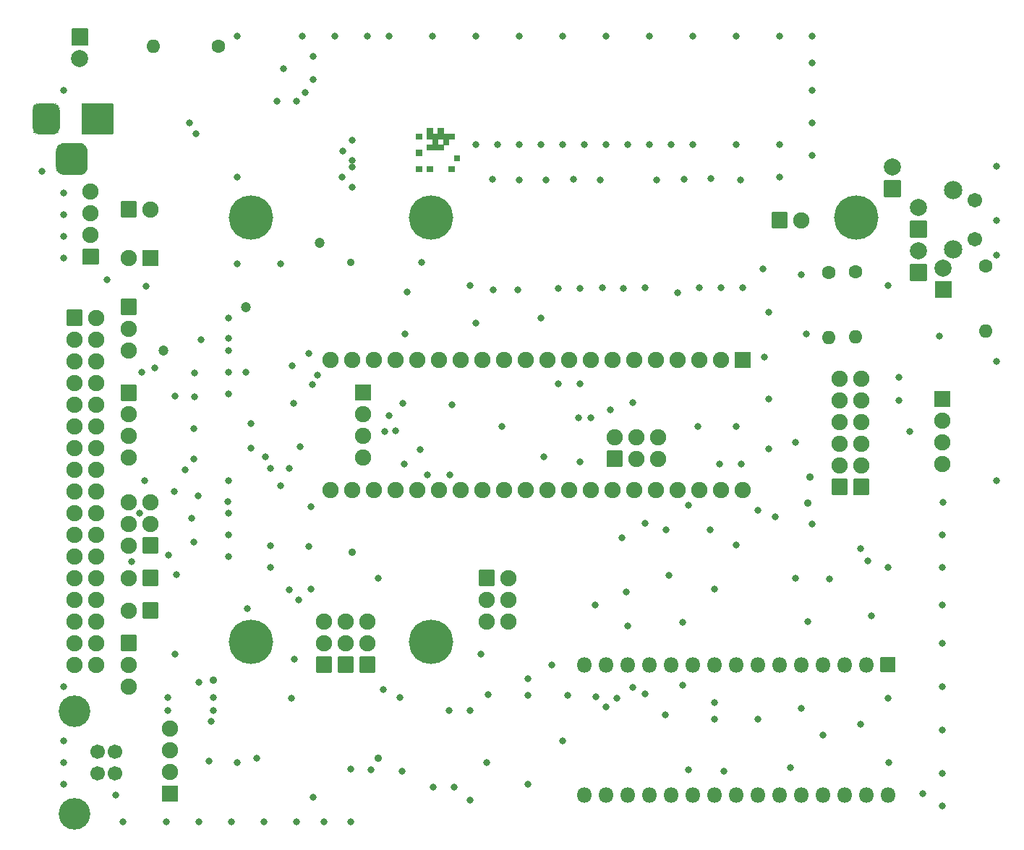
<source format=gbr>
G04 #@! TF.GenerationSoftware,KiCad,Pcbnew,(5.1.9)-1*
G04 #@! TF.CreationDate,2021-06-02T08:08:49+01:00*
G04 #@! TF.ProjectId,Greaseweazle F1 Plus Gotek,47726561-7365-4776-9561-7a6c65204631,1*
G04 #@! TF.SameCoordinates,PX6312cb0PY6bcb370*
G04 #@! TF.FileFunction,Soldermask,Bot*
G04 #@! TF.FilePolarity,Negative*
%FSLAX46Y46*%
G04 Gerber Fmt 4.6, Leading zero omitted, Abs format (unit mm)*
G04 Created by KiCad (PCBNEW (5.1.9)-1) date 2021-06-02 08:08:49*
%MOMM*%
%LPD*%
G01*
G04 APERTURE LIST*
%ADD10C,0.100000*%
%ADD11C,2.000000*%
%ADD12C,1.900000*%
%ADD13O,1.900000X1.900000*%
%ADD14C,5.200000*%
%ADD15C,1.600000*%
%ADD16O,1.600000X1.600000*%
%ADD17O,1.800000X1.800000*%
%ADD18C,1.701140*%
%ADD19C,3.700120*%
%ADD20C,2.150000*%
%ADD21C,1.708000*%
%ADD22C,0.800000*%
%ADD23C,0.900000*%
%ADD24C,1.200000*%
G04 APERTURE END LIST*
D10*
G36*
X35814000Y60960000D02*
G01*
X36449000Y60960000D01*
X36449000Y61595000D01*
X35814000Y61595000D01*
X35814000Y60960000D01*
G37*
X35814000Y60960000D02*
X36449000Y60960000D01*
X36449000Y61595000D01*
X35814000Y61595000D01*
X35814000Y60960000D01*
G36*
X35814000Y60325000D02*
G01*
X36449000Y60325000D01*
X36449000Y60960000D01*
X35814000Y60960000D01*
X35814000Y60325000D01*
G37*
X35814000Y60325000D02*
X36449000Y60325000D01*
X36449000Y60960000D01*
X35814000Y60960000D01*
X35814000Y60325000D01*
G36*
X35179000Y60325000D02*
G01*
X35814000Y60325000D01*
X35814000Y60960000D01*
X35179000Y60960000D01*
X35179000Y60325000D01*
G37*
X35179000Y60325000D02*
X35814000Y60325000D01*
X35814000Y60960000D01*
X35179000Y60960000D01*
X35179000Y60325000D01*
G36*
X36449000Y60325000D02*
G01*
X37084000Y60325000D01*
X37084000Y60960000D01*
X36449000Y60960000D01*
X36449000Y60325000D01*
G37*
X36449000Y60325000D02*
X37084000Y60325000D01*
X37084000Y60960000D01*
X36449000Y60960000D01*
X36449000Y60325000D01*
G36*
X37084000Y60960000D02*
G01*
X37719000Y60960000D01*
X37719000Y61595000D01*
X37084000Y61595000D01*
X37084000Y60960000D01*
G37*
X37084000Y60960000D02*
X37719000Y60960000D01*
X37719000Y61595000D01*
X37084000Y61595000D01*
X37084000Y60960000D01*
G36*
X33909000Y61595000D02*
G01*
X34544000Y61595000D01*
X34544000Y62230000D01*
X33909000Y62230000D01*
X33909000Y61595000D01*
G37*
X33909000Y61595000D02*
X34544000Y61595000D01*
X34544000Y62230000D01*
X33909000Y62230000D01*
X33909000Y61595000D01*
G36*
X33909000Y57785000D02*
G01*
X34544000Y57785000D01*
X34544000Y58420000D01*
X33909000Y58420000D01*
X33909000Y57785000D01*
G37*
X33909000Y57785000D02*
X34544000Y57785000D01*
X34544000Y58420000D01*
X33909000Y58420000D01*
X33909000Y57785000D01*
G36*
X35179000Y62230000D02*
G01*
X35814000Y62230000D01*
X35814000Y62865000D01*
X35179000Y62865000D01*
X35179000Y62230000D01*
G37*
X35179000Y62230000D02*
X35814000Y62230000D01*
X35814000Y62865000D01*
X35179000Y62865000D01*
X35179000Y62230000D01*
G36*
X35179000Y61595000D02*
G01*
X35814000Y61595000D01*
X35814000Y62230000D01*
X35179000Y62230000D01*
X35179000Y61595000D01*
G37*
X35179000Y61595000D02*
X35814000Y61595000D01*
X35814000Y62230000D01*
X35179000Y62230000D01*
X35179000Y61595000D01*
G36*
X35814000Y61595000D02*
G01*
X36449000Y61595000D01*
X36449000Y62230000D01*
X35814000Y62230000D01*
X35814000Y61595000D01*
G37*
X35814000Y61595000D02*
X36449000Y61595000D01*
X36449000Y62230000D01*
X35814000Y62230000D01*
X35814000Y61595000D01*
G36*
X36449000Y61595000D02*
G01*
X37084000Y61595000D01*
X37084000Y62230000D01*
X36449000Y62230000D01*
X36449000Y61595000D01*
G37*
X36449000Y61595000D02*
X37084000Y61595000D01*
X37084000Y62230000D01*
X36449000Y62230000D01*
X36449000Y61595000D01*
G36*
X36449000Y62230000D02*
G01*
X37084000Y62230000D01*
X37084000Y62865000D01*
X36449000Y62865000D01*
X36449000Y62230000D01*
G37*
X36449000Y62230000D02*
X37084000Y62230000D01*
X37084000Y62865000D01*
X36449000Y62865000D01*
X36449000Y62230000D01*
G36*
X37084000Y61595000D02*
G01*
X37719000Y61595000D01*
X37719000Y62230000D01*
X37084000Y62230000D01*
X37084000Y61595000D01*
G37*
X37084000Y61595000D02*
X37719000Y61595000D01*
X37719000Y62230000D01*
X37084000Y62230000D01*
X37084000Y61595000D01*
G36*
X37719000Y61595000D02*
G01*
X38354000Y61595000D01*
X38354000Y62230000D01*
X37719000Y62230000D01*
X37719000Y61595000D01*
G37*
X37719000Y61595000D02*
X38354000Y61595000D01*
X38354000Y62230000D01*
X37719000Y62230000D01*
X37719000Y61595000D01*
G36*
X38354000Y59055000D02*
G01*
X38989000Y59055000D01*
X38989000Y59690000D01*
X38354000Y59690000D01*
X38354000Y59055000D01*
G37*
X38354000Y59055000D02*
X38989000Y59055000D01*
X38989000Y59690000D01*
X38354000Y59690000D01*
X38354000Y59055000D01*
G36*
X37719000Y57785000D02*
G01*
X38354000Y57785000D01*
X38354000Y58420000D01*
X37719000Y58420000D01*
X37719000Y57785000D01*
G37*
X37719000Y57785000D02*
X38354000Y57785000D01*
X38354000Y58420000D01*
X37719000Y58420000D01*
X37719000Y57785000D01*
G36*
X35179000Y57785000D02*
G01*
X35814000Y57785000D01*
X35814000Y58420000D01*
X35179000Y58420000D01*
X35179000Y57785000D01*
G37*
X35179000Y57785000D02*
X35814000Y57785000D01*
X35814000Y58420000D01*
X35179000Y58420000D01*
X35179000Y57785000D01*
G36*
X33909000Y59690000D02*
G01*
X34544000Y59690000D01*
X34544000Y60325000D01*
X33909000Y60325000D01*
X33909000Y59690000D01*
G37*
X33909000Y59690000D02*
X34544000Y59690000D01*
X34544000Y60325000D01*
X33909000Y60325000D01*
X33909000Y59690000D01*
G36*
X35814000Y60960000D02*
G01*
X36449000Y60960000D01*
X36449000Y61595000D01*
X35814000Y61595000D01*
X35814000Y60960000D01*
G37*
X35814000Y60960000D02*
X36449000Y60960000D01*
X36449000Y61595000D01*
X35814000Y61595000D01*
X35814000Y60960000D01*
G36*
X35814000Y60325000D02*
G01*
X36449000Y60325000D01*
X36449000Y60960000D01*
X35814000Y60960000D01*
X35814000Y60325000D01*
G37*
X35814000Y60325000D02*
X36449000Y60325000D01*
X36449000Y60960000D01*
X35814000Y60960000D01*
X35814000Y60325000D01*
G36*
X35179000Y60325000D02*
G01*
X35814000Y60325000D01*
X35814000Y60960000D01*
X35179000Y60960000D01*
X35179000Y60325000D01*
G37*
X35179000Y60325000D02*
X35814000Y60325000D01*
X35814000Y60960000D01*
X35179000Y60960000D01*
X35179000Y60325000D01*
G36*
X36449000Y60325000D02*
G01*
X37084000Y60325000D01*
X37084000Y60960000D01*
X36449000Y60960000D01*
X36449000Y60325000D01*
G37*
X36449000Y60325000D02*
X37084000Y60325000D01*
X37084000Y60960000D01*
X36449000Y60960000D01*
X36449000Y60325000D01*
G36*
X37084000Y60960000D02*
G01*
X37719000Y60960000D01*
X37719000Y61595000D01*
X37084000Y61595000D01*
X37084000Y60960000D01*
G37*
X37084000Y60960000D02*
X37719000Y60960000D01*
X37719000Y61595000D01*
X37084000Y61595000D01*
X37084000Y60960000D01*
G36*
X33909000Y61595000D02*
G01*
X34544000Y61595000D01*
X34544000Y62230000D01*
X33909000Y62230000D01*
X33909000Y61595000D01*
G37*
X33909000Y61595000D02*
X34544000Y61595000D01*
X34544000Y62230000D01*
X33909000Y62230000D01*
X33909000Y61595000D01*
G36*
X33909000Y57785000D02*
G01*
X34544000Y57785000D01*
X34544000Y58420000D01*
X33909000Y58420000D01*
X33909000Y57785000D01*
G37*
X33909000Y57785000D02*
X34544000Y57785000D01*
X34544000Y58420000D01*
X33909000Y58420000D01*
X33909000Y57785000D01*
G36*
X35179000Y62230000D02*
G01*
X35814000Y62230000D01*
X35814000Y62865000D01*
X35179000Y62865000D01*
X35179000Y62230000D01*
G37*
X35179000Y62230000D02*
X35814000Y62230000D01*
X35814000Y62865000D01*
X35179000Y62865000D01*
X35179000Y62230000D01*
G36*
X35179000Y61595000D02*
G01*
X35814000Y61595000D01*
X35814000Y62230000D01*
X35179000Y62230000D01*
X35179000Y61595000D01*
G37*
X35179000Y61595000D02*
X35814000Y61595000D01*
X35814000Y62230000D01*
X35179000Y62230000D01*
X35179000Y61595000D01*
G36*
X35814000Y61595000D02*
G01*
X36449000Y61595000D01*
X36449000Y62230000D01*
X35814000Y62230000D01*
X35814000Y61595000D01*
G37*
X35814000Y61595000D02*
X36449000Y61595000D01*
X36449000Y62230000D01*
X35814000Y62230000D01*
X35814000Y61595000D01*
G36*
X36449000Y61595000D02*
G01*
X37084000Y61595000D01*
X37084000Y62230000D01*
X36449000Y62230000D01*
X36449000Y61595000D01*
G37*
X36449000Y61595000D02*
X37084000Y61595000D01*
X37084000Y62230000D01*
X36449000Y62230000D01*
X36449000Y61595000D01*
G36*
X36449000Y62230000D02*
G01*
X37084000Y62230000D01*
X37084000Y62865000D01*
X36449000Y62865000D01*
X36449000Y62230000D01*
G37*
X36449000Y62230000D02*
X37084000Y62230000D01*
X37084000Y62865000D01*
X36449000Y62865000D01*
X36449000Y62230000D01*
G36*
X37084000Y61595000D02*
G01*
X37719000Y61595000D01*
X37719000Y62230000D01*
X37084000Y62230000D01*
X37084000Y61595000D01*
G37*
X37084000Y61595000D02*
X37719000Y61595000D01*
X37719000Y62230000D01*
X37084000Y62230000D01*
X37084000Y61595000D01*
G36*
X37719000Y61595000D02*
G01*
X38354000Y61595000D01*
X38354000Y62230000D01*
X37719000Y62230000D01*
X37719000Y61595000D01*
G37*
X37719000Y61595000D02*
X38354000Y61595000D01*
X38354000Y62230000D01*
X37719000Y62230000D01*
X37719000Y61595000D01*
G36*
X38354000Y59055000D02*
G01*
X38989000Y59055000D01*
X38989000Y59690000D01*
X38354000Y59690000D01*
X38354000Y59055000D01*
G37*
X38354000Y59055000D02*
X38989000Y59055000D01*
X38989000Y59690000D01*
X38354000Y59690000D01*
X38354000Y59055000D01*
G36*
X37719000Y57785000D02*
G01*
X38354000Y57785000D01*
X38354000Y58420000D01*
X37719000Y58420000D01*
X37719000Y57785000D01*
G37*
X37719000Y57785000D02*
X38354000Y57785000D01*
X38354000Y58420000D01*
X37719000Y58420000D01*
X37719000Y57785000D01*
G36*
X35179000Y57785000D02*
G01*
X35814000Y57785000D01*
X35814000Y58420000D01*
X35179000Y58420000D01*
X35179000Y57785000D01*
G37*
X35179000Y57785000D02*
X35814000Y57785000D01*
X35814000Y58420000D01*
X35179000Y58420000D01*
X35179000Y57785000D01*
G36*
X33909000Y59690000D02*
G01*
X34544000Y59690000D01*
X34544000Y60325000D01*
X33909000Y60325000D01*
X33909000Y59690000D01*
G37*
X33909000Y59690000D02*
X34544000Y59690000D01*
X34544000Y60325000D01*
X33909000Y60325000D01*
X33909000Y59690000D01*
D11*
X89662000Y58293000D03*
G36*
G01*
X90562000Y54753000D02*
X88762000Y54753000D01*
G75*
G02*
X88662000Y54853000I0J100000D01*
G01*
X88662000Y56653000D01*
G75*
G02*
X88762000Y56753000I100000J0D01*
G01*
X90562000Y56753000D01*
G75*
G02*
X90662000Y56653000I0J-100000D01*
G01*
X90662000Y54853000D01*
G75*
G02*
X90562000Y54753000I-100000J0D01*
G01*
G37*
D12*
X57150000Y26657300D03*
X59690000Y26657300D03*
X62230000Y26593800D03*
G36*
G01*
X56300000Y25067300D02*
X58000000Y25067300D01*
G75*
G02*
X58100000Y24967300I0J-100000D01*
G01*
X58100000Y23267300D01*
G75*
G02*
X58000000Y23167300I-100000J0D01*
G01*
X56300000Y23167300D01*
G75*
G02*
X56200000Y23267300I0J100000D01*
G01*
X56200000Y24967300D01*
G75*
G02*
X56300000Y25067300I100000J0D01*
G01*
G37*
X62230000Y24117300D03*
X59690000Y24117300D03*
X23876000Y35687000D03*
X23876000Y20447000D03*
X26416000Y35687000D03*
X26416000Y20447000D03*
X28956000Y35687000D03*
X28956000Y20447000D03*
X31496000Y35687000D03*
X31496000Y20447000D03*
X34036000Y35687000D03*
X34036000Y20447000D03*
X36576000Y35687000D03*
X36576000Y20447000D03*
X39116000Y35687000D03*
X39116000Y20447000D03*
X41656000Y35687000D03*
X41656000Y20447000D03*
X44196000Y35687000D03*
X44196000Y20447000D03*
X46736000Y35687000D03*
X46736000Y20447000D03*
X49276000Y35687000D03*
X49276000Y20447000D03*
X51816000Y35687000D03*
X51816000Y20447000D03*
X54356000Y35687000D03*
X54356000Y20447000D03*
X56896000Y35687000D03*
X56896000Y20447000D03*
X59436000Y35687000D03*
X59436000Y20447000D03*
X61976000Y35687000D03*
X61976000Y20447000D03*
X64516000Y35687000D03*
X64516000Y20447000D03*
X67056000Y35687000D03*
X67056000Y20447000D03*
X69596000Y35687000D03*
X69596000Y20447000D03*
G36*
G01*
X71286000Y36637000D02*
X72986000Y36637000D01*
G75*
G02*
X73086000Y36537000I0J-100000D01*
G01*
X73086000Y34837000D01*
G75*
G02*
X72986000Y34737000I-100000J0D01*
G01*
X71286000Y34737000D01*
G75*
G02*
X71186000Y34837000I0J100000D01*
G01*
X71186000Y36537000D01*
G75*
G02*
X71286000Y36637000I100000J0D01*
G01*
G37*
X72136000Y20447000D03*
X27686000Y24257000D03*
X27686000Y26797000D03*
X27686000Y29337000D03*
G36*
G01*
X26836000Y32827000D02*
X28536000Y32827000D01*
G75*
G02*
X28636000Y32727000I0J-100000D01*
G01*
X28636000Y31027000D01*
G75*
G02*
X28536000Y30927000I-100000J0D01*
G01*
X26836000Y30927000D01*
G75*
G02*
X26736000Y31027000I0J100000D01*
G01*
X26736000Y32727000D01*
G75*
G02*
X26836000Y32827000I100000J0D01*
G01*
G37*
X83489800Y33528000D03*
X83489800Y30988000D03*
X83489800Y28448000D03*
X83489800Y25908000D03*
X83489800Y23368000D03*
G36*
G01*
X82539800Y19978000D02*
X82539800Y21678000D01*
G75*
G02*
X82639800Y21778000I100000J0D01*
G01*
X84339800Y21778000D01*
G75*
G02*
X84439800Y21678000I0J-100000D01*
G01*
X84439800Y19978000D01*
G75*
G02*
X84339800Y19878000I-100000J0D01*
G01*
X82639800Y19878000D01*
G75*
G02*
X82539800Y19978000I0J100000D01*
G01*
G37*
D13*
X254000Y10160000D03*
G36*
G01*
X1944000Y11110000D02*
X3644000Y11110000D01*
G75*
G02*
X3744000Y11010000I0J-100000D01*
G01*
X3744000Y9310000D01*
G75*
G02*
X3644000Y9210000I-100000J0D01*
G01*
X1944000Y9210000D01*
G75*
G02*
X1844000Y9310000I0J100000D01*
G01*
X1844000Y11010000D01*
G75*
G02*
X1944000Y11110000I100000J0D01*
G01*
G37*
X254000Y6350000D03*
G36*
G01*
X1944000Y7300000D02*
X3644000Y7300000D01*
G75*
G02*
X3744000Y7200000I0J-100000D01*
G01*
X3744000Y5500000D01*
G75*
G02*
X3644000Y5400000I-100000J0D01*
G01*
X1944000Y5400000D01*
G75*
G02*
X1844000Y5500000I0J100000D01*
G01*
X1844000Y7200000D01*
G75*
G02*
X1944000Y7300000I100000J0D01*
G01*
G37*
D12*
X86014000Y33528000D03*
X86014000Y30988000D03*
X86014000Y28448000D03*
X86014000Y25908000D03*
X86014000Y23368000D03*
G36*
G01*
X85064000Y19978000D02*
X85064000Y21678000D01*
G75*
G02*
X85164000Y21778000I100000J0D01*
G01*
X86864000Y21778000D01*
G75*
G02*
X86964000Y21678000I0J-100000D01*
G01*
X86964000Y19978000D01*
G75*
G02*
X86864000Y19878000I-100000J0D01*
G01*
X85164000Y19878000D01*
G75*
G02*
X85064000Y19978000I0J100000D01*
G01*
G37*
D13*
X2794000Y53340000D03*
G36*
G01*
X1104000Y52390000D02*
X-596000Y52390000D01*
G75*
G02*
X-696000Y52490000I0J100000D01*
G01*
X-696000Y54190000D01*
G75*
G02*
X-596000Y54290000I100000J0D01*
G01*
X1104000Y54290000D01*
G75*
G02*
X1204000Y54190000I0J-100000D01*
G01*
X1204000Y52490000D01*
G75*
G02*
X1104000Y52390000I-100000J0D01*
G01*
G37*
G36*
G01*
X-6348300Y74533000D02*
X-4548300Y74533000D01*
G75*
G02*
X-4448300Y74433000I0J-100000D01*
G01*
X-4448300Y72633000D01*
G75*
G02*
X-4548300Y72533000I-100000J0D01*
G01*
X-6348300Y72533000D01*
G75*
G02*
X-6448300Y72633000I0J100000D01*
G01*
X-6448300Y74433000D01*
G75*
G02*
X-6348300Y74533000I100000J0D01*
G01*
G37*
D11*
X-5448300Y70993000D03*
D13*
X5080000Y-7493000D03*
X5080000Y-10033000D03*
X5080000Y-12573000D03*
G36*
G01*
X6030000Y-14263000D02*
X6030000Y-15963000D01*
G75*
G02*
X5930000Y-16063000I-100000J0D01*
G01*
X4230000Y-16063000D01*
G75*
G02*
X4130000Y-15963000I0J100000D01*
G01*
X4130000Y-14263000D01*
G75*
G02*
X4230000Y-14163000I100000J0D01*
G01*
X5930000Y-14163000D01*
G75*
G02*
X6030000Y-14263000I0J-100000D01*
G01*
G37*
D14*
X85471000Y52387500D03*
X35687000Y2667000D03*
X14605000Y2667000D03*
X35687000Y52387500D03*
X14605000Y52387500D03*
D15*
X82219800Y45948600D03*
D16*
X82219800Y38328600D03*
X85369400Y38404800D03*
D15*
X85369400Y46024800D03*
X100584000Y46736000D03*
D16*
X100584000Y39116000D03*
X3136900Y72453500D03*
D15*
X10756900Y72453500D03*
D13*
X254000Y47625000D03*
G36*
G01*
X1944000Y48575000D02*
X3644000Y48575000D01*
G75*
G02*
X3744000Y48475000I0J-100000D01*
G01*
X3744000Y46775000D01*
G75*
G02*
X3644000Y46675000I-100000J0D01*
G01*
X1944000Y46675000D01*
G75*
G02*
X1844000Y46775000I0J100000D01*
G01*
X1844000Y48475000D01*
G75*
G02*
X1944000Y48575000I100000J0D01*
G01*
G37*
X-4191000Y55397400D03*
X-4191000Y52857400D03*
X-4191000Y50317400D03*
G36*
G01*
X-3241000Y48627400D02*
X-3241000Y46927400D01*
G75*
G02*
X-3341000Y46827400I-100000J0D01*
G01*
X-5041000Y46827400D01*
G75*
G02*
X-5141000Y46927400I0J100000D01*
G01*
X-5141000Y48627400D01*
G75*
G02*
X-5041000Y48727400I100000J0D01*
G01*
X-3341000Y48727400D01*
G75*
G02*
X-3241000Y48627400I0J-100000D01*
G01*
G37*
G36*
G01*
X-696000Y31001600D02*
X-696000Y32701600D01*
G75*
G02*
X-596000Y32801600I100000J0D01*
G01*
X1104000Y32801600D01*
G75*
G02*
X1204000Y32701600I0J-100000D01*
G01*
X1204000Y31001600D01*
G75*
G02*
X1104000Y30901600I-100000J0D01*
G01*
X-596000Y30901600D01*
G75*
G02*
X-696000Y31001600I0J100000D01*
G01*
G37*
X254000Y29311600D03*
X254000Y26771600D03*
X254000Y24231600D03*
X254000Y36830000D03*
X254000Y39370000D03*
G36*
G01*
X-696000Y41060000D02*
X-696000Y42760000D01*
G75*
G02*
X-596000Y42860000I100000J0D01*
G01*
X1104000Y42860000D01*
G75*
G02*
X1204000Y42760000I0J-100000D01*
G01*
X1204000Y41060000D01*
G75*
G02*
X1104000Y40960000I-100000J0D01*
G01*
X-596000Y40960000D01*
G75*
G02*
X-696000Y41060000I0J100000D01*
G01*
G37*
G36*
G01*
X77304000Y51120000D02*
X75604000Y51120000D01*
G75*
G02*
X75504000Y51220000I0J100000D01*
G01*
X75504000Y52920000D01*
G75*
G02*
X75604000Y53020000I100000J0D01*
G01*
X77304000Y53020000D01*
G75*
G02*
X77404000Y52920000I0J-100000D01*
G01*
X77404000Y51220000D01*
G75*
G02*
X77304000Y51120000I-100000J0D01*
G01*
G37*
X78994000Y52070000D03*
G36*
G01*
X88354000Y900000D02*
X89954000Y900000D01*
G75*
G02*
X90054000Y800000I0J-100000D01*
G01*
X90054000Y-800000D01*
G75*
G02*
X89954000Y-900000I-100000J0D01*
G01*
X88354000Y-900000D01*
G75*
G02*
X88254000Y-800000I0J100000D01*
G01*
X88254000Y800000D01*
G75*
G02*
X88354000Y900000I100000J0D01*
G01*
G37*
D17*
X56134000Y-15240000D03*
X86614000Y0D03*
X58674000Y-15240000D03*
X84074000Y0D03*
X61214000Y-15240000D03*
X81534000Y0D03*
X63754000Y-15240000D03*
X78994000Y0D03*
X66294000Y-15240000D03*
X76454000Y0D03*
X68834000Y-15240000D03*
X73914000Y0D03*
X71374000Y-15240000D03*
X71374000Y0D03*
X73914000Y-15240000D03*
X68834000Y0D03*
X76454000Y-15240000D03*
X66294000Y0D03*
X78994000Y-15240000D03*
X63754000Y0D03*
X81534000Y-15240000D03*
X61214000Y0D03*
X84074000Y-15240000D03*
X58674000Y0D03*
X86614000Y-15240000D03*
X56134000Y0D03*
X89154000Y-15240000D03*
X53594000Y0D03*
X53594000Y-15240000D03*
D18*
X-3378200Y-10225400D03*
X-3378200Y-12714600D03*
X-1371600Y-12714600D03*
X-1371600Y-10225400D03*
D19*
X-6096000Y-5450200D03*
X-6096000Y-17489800D03*
G36*
G01*
X29144000Y850000D02*
X29144000Y-850000D01*
G75*
G02*
X29044000Y-950000I-100000J0D01*
G01*
X27344000Y-950000D01*
G75*
G02*
X27244000Y-850000I0J100000D01*
G01*
X27244000Y850000D01*
G75*
G02*
X27344000Y950000I100000J0D01*
G01*
X29044000Y950000D01*
G75*
G02*
X29144000Y850000I0J-100000D01*
G01*
G37*
D13*
X28194000Y2540000D03*
X28194000Y5080000D03*
G36*
G01*
X26604000Y850000D02*
X26604000Y-850000D01*
G75*
G02*
X26504000Y-950000I-100000J0D01*
G01*
X24804000Y-950000D01*
G75*
G02*
X24704000Y-850000I0J100000D01*
G01*
X24704000Y850000D01*
G75*
G02*
X24804000Y950000I100000J0D01*
G01*
X26504000Y950000D01*
G75*
G02*
X26604000Y850000I0J-100000D01*
G01*
G37*
X25654000Y2540000D03*
X25654000Y5080000D03*
G36*
G01*
X24064000Y850000D02*
X24064000Y-850000D01*
G75*
G02*
X23964000Y-950000I-100000J0D01*
G01*
X22264000Y-950000D01*
G75*
G02*
X22164000Y-850000I0J100000D01*
G01*
X22164000Y850000D01*
G75*
G02*
X22264000Y950000I100000J0D01*
G01*
X23964000Y950000D01*
G75*
G02*
X24064000Y850000I0J-100000D01*
G01*
G37*
X23114000Y2540000D03*
X23114000Y5080000D03*
G36*
G01*
X-696000Y1690000D02*
X-696000Y3390000D01*
G75*
G02*
X-596000Y3490000I100000J0D01*
G01*
X1104000Y3490000D01*
G75*
G02*
X1204000Y3390000I0J-100000D01*
G01*
X1204000Y1690000D01*
G75*
G02*
X1104000Y1590000I-100000J0D01*
G01*
X-596000Y1590000D01*
G75*
G02*
X-696000Y1690000I0J100000D01*
G01*
G37*
X254000Y0D03*
X254000Y-2540000D03*
G36*
G01*
X41214000Y9310000D02*
X41214000Y11010000D01*
G75*
G02*
X41314000Y11110000I100000J0D01*
G01*
X43014000Y11110000D01*
G75*
G02*
X43114000Y11010000I0J-100000D01*
G01*
X43114000Y9310000D01*
G75*
G02*
X43014000Y9210000I-100000J0D01*
G01*
X41314000Y9210000D01*
G75*
G02*
X41214000Y9310000I0J100000D01*
G01*
G37*
X44704000Y10160000D03*
X42164000Y7620000D03*
X44704000Y7620000D03*
X42164000Y5080000D03*
X44704000Y5080000D03*
G36*
G01*
X3744000Y14820000D02*
X3744000Y13120000D01*
G75*
G02*
X3644000Y13020000I-100000J0D01*
G01*
X1944000Y13020000D01*
G75*
G02*
X1844000Y13120000I0J100000D01*
G01*
X1844000Y14820000D01*
G75*
G02*
X1944000Y14920000I100000J0D01*
G01*
X3644000Y14920000D01*
G75*
G02*
X3744000Y14820000I0J-100000D01*
G01*
G37*
X254000Y13970000D03*
X2794000Y16510000D03*
X254000Y16510000D03*
X2794000Y19050000D03*
X254000Y19050000D03*
G36*
G01*
X-5248000Y62169100D02*
X-5248000Y65669100D01*
G75*
G02*
X-5148000Y65769100I100000J0D01*
G01*
X-1648000Y65769100D01*
G75*
G02*
X-1548000Y65669100I0J-100000D01*
G01*
X-1548000Y62169100D01*
G75*
G02*
X-1648000Y62069100I-100000J0D01*
G01*
X-5148000Y62069100D01*
G75*
G02*
X-5248000Y62169100I0J100000D01*
G01*
G37*
G36*
G01*
X-10998000Y62869100D02*
X-10998000Y64969100D01*
G75*
G02*
X-10198000Y65769100I800000J0D01*
G01*
X-8598000Y65769100D01*
G75*
G02*
X-7798000Y64969100I0J-800000D01*
G01*
X-7798000Y62869100D01*
G75*
G02*
X-8598000Y62069100I-800000J0D01*
G01*
X-10198000Y62069100D01*
G75*
G02*
X-10998000Y62869100I0J800000D01*
G01*
G37*
G36*
G01*
X-8248000Y58294100D02*
X-8248000Y60144100D01*
G75*
G02*
X-7323000Y61069100I925000J0D01*
G01*
X-5473000Y61069100D01*
G75*
G02*
X-4548000Y60144100I0J-925000D01*
G01*
X-4548000Y58294100D01*
G75*
G02*
X-5473000Y57369100I-925000J0D01*
G01*
X-7323000Y57369100D01*
G75*
G02*
X-8248000Y58294100I0J925000D01*
G01*
G37*
G36*
G01*
X96531000Y42942000D02*
X94731000Y42942000D01*
G75*
G02*
X94631000Y43042000I0J100000D01*
G01*
X94631000Y44842000D01*
G75*
G02*
X94731000Y44942000I100000J0D01*
G01*
X96531000Y44942000D01*
G75*
G02*
X96631000Y44842000I0J-100000D01*
G01*
X96631000Y43042000D01*
G75*
G02*
X96531000Y42942000I-100000J0D01*
G01*
G37*
D11*
X95631000Y46482000D03*
G36*
G01*
X94554000Y30265000D02*
X94554000Y31965000D01*
G75*
G02*
X94654000Y32065000I100000J0D01*
G01*
X96354000Y32065000D01*
G75*
G02*
X96454000Y31965000I0J-100000D01*
G01*
X96454000Y30265000D01*
G75*
G02*
X96354000Y30165000I-100000J0D01*
G01*
X94654000Y30165000D01*
G75*
G02*
X94554000Y30265000I0J100000D01*
G01*
G37*
D13*
X95504000Y28575000D03*
X95504000Y26035000D03*
X95504000Y23495000D03*
G36*
G01*
X93610000Y44948600D02*
X91810000Y44948600D01*
G75*
G02*
X91710000Y45048600I0J100000D01*
G01*
X91710000Y46848600D01*
G75*
G02*
X91810000Y46948600I100000J0D01*
G01*
X93610000Y46948600D01*
G75*
G02*
X93710000Y46848600I0J-100000D01*
G01*
X93710000Y45048600D01*
G75*
G02*
X93610000Y44948600I-100000J0D01*
G01*
G37*
D11*
X92710000Y48488600D03*
G36*
G01*
X93610000Y50003200D02*
X91810000Y50003200D01*
G75*
G02*
X91710000Y50103200I0J100000D01*
G01*
X91710000Y51903200D01*
G75*
G02*
X91810000Y52003200I100000J0D01*
G01*
X93610000Y52003200D01*
G75*
G02*
X93710000Y51903200I0J-100000D01*
G01*
X93710000Y50103200D01*
G75*
G02*
X93610000Y50003200I-100000J0D01*
G01*
G37*
X92710000Y53543200D03*
D20*
X96814000Y55620800D03*
X96814000Y48620800D03*
D21*
X99314000Y54395800D03*
X99314000Y49845800D03*
G36*
G01*
X-7046000Y39790000D02*
X-7046000Y41490000D01*
G75*
G02*
X-6946000Y41590000I100000J0D01*
G01*
X-5246000Y41590000D01*
G75*
G02*
X-5146000Y41490000I0J-100000D01*
G01*
X-5146000Y39790000D01*
G75*
G02*
X-5246000Y39690000I-100000J0D01*
G01*
X-6946000Y39690000D01*
G75*
G02*
X-7046000Y39790000I0J100000D01*
G01*
G37*
D13*
X-3556000Y40640000D03*
X-6096000Y38100000D03*
X-3556000Y38100000D03*
X-6096000Y35560000D03*
X-3556000Y35560000D03*
X-6096000Y33020000D03*
X-3556000Y33020000D03*
X-6096000Y30480000D03*
X-3556000Y30480000D03*
X-6096000Y27940000D03*
X-3556000Y27940000D03*
X-6096000Y25400000D03*
X-3556000Y25400000D03*
X-6096000Y22860000D03*
X-3556000Y22860000D03*
X-6096000Y20320000D03*
X-3556000Y20320000D03*
X-6096000Y17780000D03*
X-3556000Y17780000D03*
X-6096000Y15240000D03*
X-3556000Y15240000D03*
X-6096000Y12700000D03*
X-3556000Y12700000D03*
X-6096000Y10160000D03*
X-3556000Y10160000D03*
X-6096000Y7620000D03*
X-3556000Y7620000D03*
X-6096000Y5080000D03*
X-3556000Y5080000D03*
X-6096000Y2540000D03*
X-3556000Y2540000D03*
X-6096000Y0D03*
X-3556000Y0D03*
D22*
X95631000Y19050000D03*
X95504000Y-16510000D03*
X65760600Y18643600D03*
X68376800Y15773400D03*
X95504000Y-7620000D03*
X95504000Y2540000D03*
X95504000Y11430000D03*
X12954000Y73660000D03*
X80264000Y73660000D03*
X80264000Y59690000D03*
X80264000Y67310000D03*
X101854000Y58420000D03*
X71374000Y73660000D03*
X101854000Y35560000D03*
X101854000Y21590000D03*
X101854000Y48006000D03*
X63500000Y10439400D03*
X43992800Y27914600D03*
X54864000Y6985000D03*
X95173800Y38506400D03*
X68834000Y8890000D03*
X89281000Y-11430000D03*
X89154000Y-3937000D03*
X73914000Y-6350000D03*
X51054000Y-8890000D03*
X42164000Y-11430000D03*
X21844000Y-15494000D03*
X-7366000Y-11430000D03*
X21590000Y8890000D03*
X8382000Y19812000D03*
X89154000Y44450000D03*
X65151000Y4953000D03*
X58547000Y8509000D03*
X30734000Y29210000D03*
X89154000Y11430000D03*
X32004000Y-3810000D03*
X30099000Y-2921000D03*
X29464000Y10160000D03*
X46964600Y-3606800D03*
X47040800Y-14046200D03*
X69977000Y-12446000D03*
X90424000Y30988000D03*
X38100000Y30480000D03*
X20574000Y73660000D03*
X24384000Y73660000D03*
X28194000Y73660000D03*
X30734000Y73660000D03*
X86817200Y12115800D03*
X79730600Y5080000D03*
X61214000Y60960000D03*
X58674000Y60960000D03*
X56134000Y60960000D03*
X53594000Y60960000D03*
X51054000Y60960000D03*
X48514000Y60960000D03*
X45974000Y60960000D03*
X43434000Y60960000D03*
X40894000Y60960000D03*
X35814000Y73660000D03*
X40894000Y73660000D03*
X45974000Y73660000D03*
X51054000Y73660000D03*
X56134000Y73660000D03*
X61214000Y73660000D03*
X66294000Y73660000D03*
X76454000Y73660000D03*
X80264000Y63500000D03*
X80264000Y70485000D03*
X101854000Y52070000D03*
X95504000Y15240000D03*
X95504000Y6985000D03*
X95504000Y-2540000D03*
X95504000Y-12700000D03*
X-381000Y-18415000D03*
X4699000Y-18415000D03*
X8509000Y-18415000D03*
X12319000Y-18415000D03*
X16129000Y-18415000D03*
X19939000Y-18415000D03*
X23114000Y-18415000D03*
X26289000Y-18415000D03*
X-7366000Y-8890000D03*
X-7366000Y-13970000D03*
X-7366000Y-2540000D03*
X-7366000Y47625000D03*
X-7366000Y50165000D03*
X-7366000Y52705000D03*
X-7366000Y55245000D03*
X-9906000Y57785000D03*
X-7366000Y67310000D03*
X81534000Y-8255000D03*
X12954000Y46990000D03*
X2286000Y44323000D03*
X87249000Y5715000D03*
X78359000Y10160000D03*
X80264000Y16510000D03*
X91694000Y27305000D03*
X41529000Y1270000D03*
X19304000Y-3937000D03*
X19685000Y635000D03*
X9906000Y-6604000D03*
X40259000Y-15875000D03*
X78994000Y45720000D03*
X90424000Y33655000D03*
X7874000Y27686000D03*
X7874000Y24130000D03*
X21336000Y13843000D03*
X2159000Y21590000D03*
X77724000Y-12065000D03*
X78994000Y-5080000D03*
X68834000Y-4445000D03*
X85979000Y-6985000D03*
X58724800Y4495800D03*
X12954000Y57150000D03*
X18034000Y46990000D03*
X9702800Y-11303000D03*
X12954000Y-11430000D03*
X26416000Y61404500D03*
X26416000Y59055000D03*
X26416000Y55943500D03*
X21844000Y68580000D03*
X21844000Y71247000D03*
X20955000Y66992500D03*
X18415000Y69850000D03*
X63754000Y60960000D03*
X66294000Y60960000D03*
X71374000Y60960000D03*
X76454000Y60960000D03*
X8128000Y62230000D03*
X15240000Y-10922000D03*
X28638500Y-12319000D03*
X26289000Y-12255500D03*
X35877500Y-14351000D03*
X38354000Y-14351000D03*
X8509000Y-2032000D03*
X5842000Y10541000D03*
X16256000Y24384000D03*
X7620000Y17145000D03*
X7874000Y14351000D03*
X4953000Y12827000D03*
X-1270000Y-15240000D03*
X31496000Y27432000D03*
X21336000Y36449000D03*
X8001000Y34163000D03*
X74676000Y36068000D03*
X75184000Y31115000D03*
X75184000Y25273000D03*
X85979000Y13589000D03*
X82296000Y10033000D03*
X56134000Y-4953000D03*
X56642000Y29845000D03*
X76454000Y57150000D03*
X49784000Y0D03*
X40259000Y44450000D03*
X74549000Y46355000D03*
X75184000Y41275000D03*
X71374000Y27940000D03*
X66929000Y27940000D03*
X72009000Y23495000D03*
X69469000Y23495000D03*
X48514000Y40640000D03*
X40894000Y40005000D03*
X32639000Y38735000D03*
X78359000Y26035000D03*
X79629000Y38735000D03*
X7366000Y63500000D03*
X7937500Y31369000D03*
X5715000Y31432500D03*
X11938000Y40576500D03*
X11938000Y38227000D03*
X11938000Y21526500D03*
X11874500Y19113500D03*
X19939000Y66040000D03*
X17653000Y66040000D03*
X32258000Y-12509500D03*
X40195500Y-5397500D03*
X37782500Y-5397500D03*
X42354500Y-3492500D03*
X25273000Y57150000D03*
X25336500Y60198000D03*
X26416000Y58293000D03*
X48895000Y24384000D03*
X53086000Y23749000D03*
X59309000Y30734000D03*
X32512000Y23495000D03*
X19431000Y35052000D03*
X59309000Y-2667000D03*
X60706000Y-3429000D03*
X63119000Y-5842000D03*
X65151000Y-2413000D03*
X65786000Y-12319000D03*
D23*
X79730602Y18948398D03*
D22*
X34544000Y47117000D03*
D23*
X26289000Y47116998D03*
D22*
X93218000Y-15113000D03*
D24*
X13970000Y41910000D03*
D22*
X71374000Y14046200D03*
X16891000Y11430000D03*
X64516000Y43561000D03*
X62081401Y56785563D03*
X14160501Y6540501D03*
X52372500Y56817500D03*
X18034000Y20955000D03*
X42847500Y56817500D03*
X20193000Y7620000D03*
X20320000Y25527000D03*
X4851400Y-3810000D03*
X10160001Y-3810001D03*
X45974000Y56769000D03*
X19050000Y8763000D03*
X19050000Y22987000D03*
X16891000Y13970000D03*
X58039000Y14859000D03*
X67056000Y44196000D03*
X65287154Y56848683D03*
X45846988Y43942000D03*
X16891000Y22987000D03*
X75946000Y17297404D03*
X11938000Y12700000D03*
X69596000Y44196000D03*
X68389636Y56976345D03*
X73914000Y18074010D03*
X11938000Y15240000D03*
X71882000Y56769000D03*
X72136000Y44195972D03*
X4826000Y-5334000D03*
X10160000Y-5334000D03*
X49149000Y56769000D03*
X22352000Y33909000D03*
X11938000Y36830000D03*
X35276000Y22195000D03*
X37846004Y22225004D03*
D23*
X26416000Y13208000D03*
D22*
X60680600Y16560800D03*
X63201001Y15830001D03*
D23*
X10160000Y-1778000D03*
D22*
X46990000Y-1651000D03*
D23*
X80060806Y21945600D03*
D22*
X54940200Y-3759140D03*
X57404000Y-3937000D03*
D23*
X29464000Y-10922000D03*
D22*
X51638200Y-3606760D03*
D24*
X22606000Y49403000D03*
X4318000Y36830000D03*
D22*
X8763000Y38100000D03*
X3302000Y34798000D03*
X1778000Y34290000D03*
X30226000Y27305000D03*
X11938000Y31750000D03*
X34353494Y25209494D03*
X42926000Y43942000D03*
X11938000Y34290000D03*
X52959000Y28956000D03*
X50546000Y32893000D03*
X50546000Y44069000D03*
X21780500Y32829500D03*
X14570010Y28263362D03*
X14605000Y25400000D03*
X60706000Y44196000D03*
X21590000Y18542000D03*
X19558000Y30607000D03*
X32385007Y30607005D03*
X58212953Y44105829D03*
X13970000Y34290000D03*
X6858000Y22860000D03*
X53086000Y32893000D03*
X53086000Y44069000D03*
X54356000Y28956000D03*
X68834000Y-6350000D03*
X11938000Y17780000D03*
X55753000Y44196000D03*
X5588000Y20320000D03*
X1524000Y17780000D03*
X635000Y12065000D03*
X5715000Y1270000D03*
X-2286000Y45085000D03*
X55498999Y56768999D03*
X32893000Y43688000D03*
D10*
G36*
X-8246010Y58294296D02*
G01*
X-8228256Y58114036D01*
X-8175732Y57940887D01*
X-8090438Y57781314D01*
X-7975653Y57641447D01*
X-7835786Y57526662D01*
X-7676213Y57441368D01*
X-7503064Y57388844D01*
X-7322804Y57371090D01*
X-7321178Y57369925D01*
X-7321374Y57367935D01*
X-7323000Y57367100D01*
X-7379360Y57367100D01*
X-7379556Y57367110D01*
X-7553841Y57384276D01*
X-7554226Y57384352D01*
X-7715917Y57433400D01*
X-7716279Y57433550D01*
X-7865282Y57513194D01*
X-7865608Y57513412D01*
X-7996220Y57620603D01*
X-7996497Y57620880D01*
X-8103688Y57751492D01*
X-8103906Y57751818D01*
X-8183550Y57900821D01*
X-8183700Y57901183D01*
X-8232748Y58062874D01*
X-8232824Y58063259D01*
X-8249990Y58237544D01*
X-8250000Y58237740D01*
X-8250000Y58294100D01*
X-8249000Y58295832D01*
X-8247000Y58295832D01*
X-8246010Y58294296D01*
G37*
G36*
X-4546835Y58295726D02*
G01*
X-4546000Y58294100D01*
X-4546000Y58237740D01*
X-4546010Y58237544D01*
X-4563176Y58063259D01*
X-4563252Y58062874D01*
X-4612300Y57901183D01*
X-4612450Y57900821D01*
X-4692094Y57751818D01*
X-4692312Y57751492D01*
X-4799503Y57620880D01*
X-4799780Y57620603D01*
X-4930392Y57513412D01*
X-4930718Y57513194D01*
X-5079721Y57433550D01*
X-5080083Y57433400D01*
X-5241774Y57384352D01*
X-5242159Y57384276D01*
X-5416444Y57367110D01*
X-5416640Y57367100D01*
X-5473000Y57367100D01*
X-5474732Y57368100D01*
X-5474732Y57370100D01*
X-5473196Y57371090D01*
X-5292936Y57388844D01*
X-5119787Y57441368D01*
X-4960214Y57526662D01*
X-4820347Y57641447D01*
X-4705562Y57781314D01*
X-4620268Y57940887D01*
X-4567744Y58114036D01*
X-4549990Y58294296D01*
X-4548825Y58295922D01*
X-4546835Y58295726D01*
G37*
G36*
X-7321268Y61070100D02*
G01*
X-7321268Y61068100D01*
X-7322804Y61067110D01*
X-7503064Y61049356D01*
X-7676213Y60996832D01*
X-7835786Y60911538D01*
X-7975653Y60796753D01*
X-8090438Y60656886D01*
X-8175732Y60497313D01*
X-8228256Y60324164D01*
X-8246010Y60143904D01*
X-8247175Y60142278D01*
X-8249165Y60142474D01*
X-8250000Y60144100D01*
X-8250000Y60200460D01*
X-8249990Y60200656D01*
X-8232824Y60374941D01*
X-8232748Y60375326D01*
X-8183700Y60537017D01*
X-8183550Y60537379D01*
X-8103906Y60686382D01*
X-8103688Y60686708D01*
X-7996497Y60817320D01*
X-7996220Y60817597D01*
X-7865608Y60924788D01*
X-7865282Y60925006D01*
X-7716279Y61004650D01*
X-7715917Y61004800D01*
X-7554226Y61053848D01*
X-7553841Y61053924D01*
X-7379556Y61071090D01*
X-7379360Y61071100D01*
X-7323000Y61071100D01*
X-7321268Y61070100D01*
G37*
G36*
X-5416444Y61071090D02*
G01*
X-5242159Y61053924D01*
X-5241774Y61053848D01*
X-5080083Y61004800D01*
X-5079721Y61004650D01*
X-4930718Y60925006D01*
X-4930392Y60924788D01*
X-4799780Y60817597D01*
X-4799503Y60817320D01*
X-4692312Y60686708D01*
X-4692094Y60686382D01*
X-4612450Y60537379D01*
X-4612300Y60537017D01*
X-4563252Y60375326D01*
X-4563176Y60374941D01*
X-4546010Y60200656D01*
X-4546000Y60200460D01*
X-4546000Y60144100D01*
X-4547000Y60142368D01*
X-4549000Y60142368D01*
X-4549990Y60143904D01*
X-4567744Y60324164D01*
X-4620268Y60497313D01*
X-4705562Y60656886D01*
X-4820347Y60796753D01*
X-4960214Y60911538D01*
X-5119787Y60996832D01*
X-5292936Y61049356D01*
X-5473196Y61067110D01*
X-5474822Y61068275D01*
X-5474626Y61070265D01*
X-5473000Y61071100D01*
X-5416640Y61071100D01*
X-5416444Y61071090D01*
G37*
G36*
X-7796835Y62870726D02*
G01*
X-7796000Y62869100D01*
X-7796000Y62812740D01*
X-7796010Y62812544D01*
X-7810774Y62662645D01*
X-7810850Y62662260D01*
X-7852785Y62524018D01*
X-7852935Y62523656D01*
X-7921029Y62396260D01*
X-7921247Y62395934D01*
X-8012890Y62284267D01*
X-8013167Y62283990D01*
X-8124834Y62192347D01*
X-8125160Y62192129D01*
X-8252556Y62124035D01*
X-8252918Y62123885D01*
X-8391160Y62081950D01*
X-8391545Y62081874D01*
X-8541444Y62067110D01*
X-8541640Y62067100D01*
X-8598000Y62067100D01*
X-8599732Y62068100D01*
X-8599732Y62070100D01*
X-8598196Y62071090D01*
X-8442323Y62086442D01*
X-8292622Y62131853D01*
X-8154660Y62205595D01*
X-8033736Y62304836D01*
X-7934495Y62425760D01*
X-7860753Y62563722D01*
X-7815342Y62713423D01*
X-7799990Y62869296D01*
X-7798825Y62870922D01*
X-7796835Y62870726D01*
G37*
G36*
X-10996010Y62869296D02*
G01*
X-10980658Y62713423D01*
X-10935247Y62563722D01*
X-10861505Y62425760D01*
X-10762264Y62304836D01*
X-10641340Y62205595D01*
X-10503378Y62131853D01*
X-10353677Y62086442D01*
X-10197804Y62071090D01*
X-10196178Y62069925D01*
X-10196374Y62067935D01*
X-10198000Y62067100D01*
X-10254360Y62067100D01*
X-10254556Y62067110D01*
X-10404455Y62081874D01*
X-10404840Y62081950D01*
X-10543082Y62123885D01*
X-10543444Y62124035D01*
X-10670840Y62192129D01*
X-10671166Y62192347D01*
X-10782833Y62283990D01*
X-10783110Y62284267D01*
X-10874753Y62395934D01*
X-10874971Y62396260D01*
X-10943065Y62523656D01*
X-10943215Y62524018D01*
X-10985150Y62662260D01*
X-10985226Y62662645D01*
X-10999990Y62812544D01*
X-11000000Y62812740D01*
X-11000000Y62869100D01*
X-10999000Y62870832D01*
X-10997000Y62870832D01*
X-10996010Y62869296D01*
G37*
G36*
X-10196268Y65770100D02*
G01*
X-10196268Y65768100D01*
X-10197804Y65767110D01*
X-10353677Y65751758D01*
X-10503378Y65706347D01*
X-10641340Y65632605D01*
X-10762264Y65533364D01*
X-10861505Y65412440D01*
X-10935247Y65274478D01*
X-10980658Y65124777D01*
X-10996010Y64968904D01*
X-10997175Y64967278D01*
X-10999165Y64967474D01*
X-11000000Y64969100D01*
X-11000000Y65025460D01*
X-10999990Y65025656D01*
X-10985226Y65175555D01*
X-10985150Y65175940D01*
X-10943215Y65314182D01*
X-10943065Y65314544D01*
X-10874971Y65441940D01*
X-10874753Y65442266D01*
X-10783110Y65553933D01*
X-10782833Y65554210D01*
X-10671166Y65645853D01*
X-10670840Y65646071D01*
X-10543444Y65714165D01*
X-10543082Y65714315D01*
X-10404840Y65756250D01*
X-10404455Y65756326D01*
X-10254556Y65771090D01*
X-10254360Y65771100D01*
X-10198000Y65771100D01*
X-10196268Y65770100D01*
G37*
G36*
X-8541444Y65771090D02*
G01*
X-8391545Y65756326D01*
X-8391160Y65756250D01*
X-8252918Y65714315D01*
X-8252556Y65714165D01*
X-8125160Y65646071D01*
X-8124834Y65645853D01*
X-8013167Y65554210D01*
X-8012890Y65553933D01*
X-7921247Y65442266D01*
X-7921029Y65441940D01*
X-7852935Y65314544D01*
X-7852785Y65314182D01*
X-7810850Y65175940D01*
X-7810774Y65175555D01*
X-7796010Y65025656D01*
X-7796000Y65025460D01*
X-7796000Y64969100D01*
X-7797000Y64967368D01*
X-7799000Y64967368D01*
X-7799990Y64968904D01*
X-7815342Y65124777D01*
X-7860753Y65274478D01*
X-7934495Y65412440D01*
X-8033736Y65533364D01*
X-8154660Y65632605D01*
X-8292622Y65706347D01*
X-8442323Y65751758D01*
X-8598196Y65767110D01*
X-8599822Y65768275D01*
X-8599626Y65770265D01*
X-8598000Y65771100D01*
X-8541640Y65771100D01*
X-8541444Y65771090D01*
G37*
M02*

</source>
